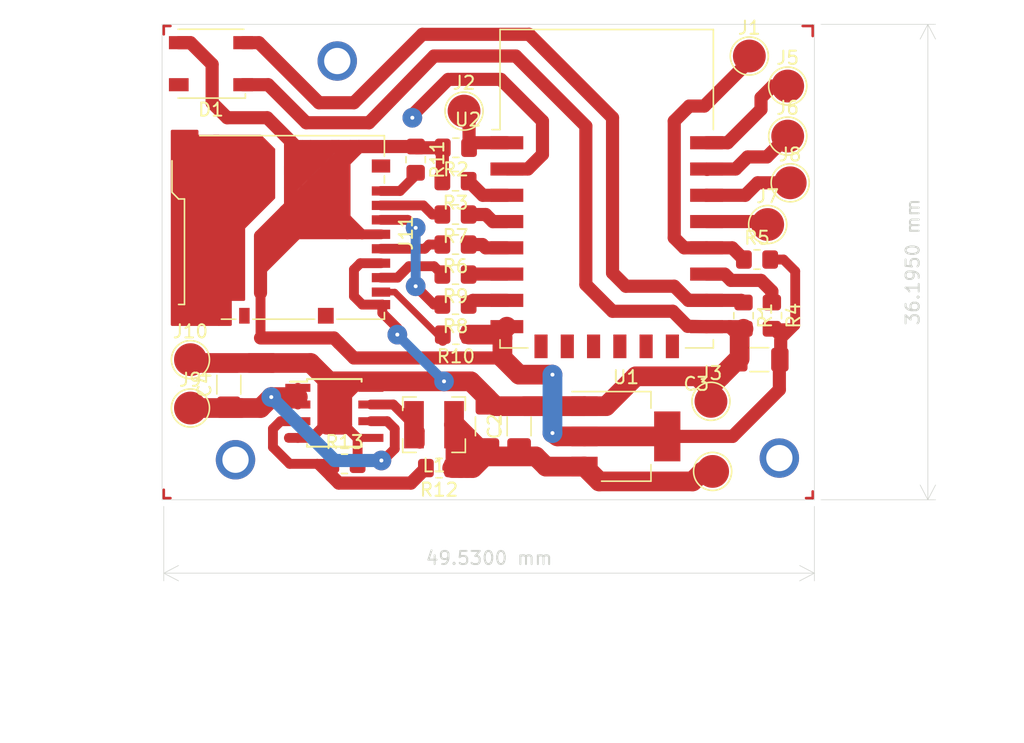
<source format=kicad_pcb>
(kicad_pcb (version 20221018) (generator pcbnew)
  (layers (0 "F.Cu" signal) (31 "B.Cu" signal) (34 "B.Paste" user) (35 "F.Paste" user) (36 "B.SilkS" user "B.Silkscreen") (37 "F.SilkS" user "F.Silkscreen") (38 "B.Mask" user) (39 "F.Mask" user) (44 "Edge.Cuts" user))
  (net 0 "")
  (net 1 "GND")
  (net 2 "3.3V")
  (net 3 "CS")
  (net 4 "SCK")
  (net 5 "MOSI")
  (net 6 "MISO")
  (net 7 "ESP_GPIO15")
  (net 8 "ESP_RST")
  (net 9 "ESP_EN")
  (net 10 "ESP_GPIO2")
  (net 11 "ESP_BOOT")
  (net 12 "ESP_TXD")
  (net 13 "ESP_RXD")
  (net 14 "Net-(J11-DAT2)")
  (net 15 "ESP_ADC")
  (net 16 "5V")
  (net 17 "Net-(J11-DAT3{slash}CD)")
  (net 18 "SCL")
  (net 19 "SDA")
  (net 20 "Net-(J11-CMD)")
  (net 21 "Net-(J11-CLK)")
  (net 22 "Net-(J11-DAT0)")
  (net 23 "Net-(J11-DAT1)")
  (net 31 "Net-(U3-SW)")
  (net 32 "Net-(U3-FB)")
  (net 33 "VBAT")
  (footprint "Capacitor_SMD:C_1206_3216Metric_Pad1.33x1.80mm_HandSolder" (layer "F.Cu") (at 176.784 100.711 180)
    (fp_text reference "C3" (at 4.801 -1.85) (layer "F.SilkS"))
    (fp_text value "100nF")
    (pad "1" smd roundrect (at -1.5625 0 180) (size 1.325 1.8) (layers "F.Cu" "F.Paste" "F.Mask") (roundrect_rratio 0.1886792453) (net 2 "3.3V"))
    (pad "2" smd roundrect (at 1.5625 0 180) (size 1.325 1.8) (layers "F.Cu" "F.Paste" "F.Mask") (roundrect_rratio 0.1886792453) (net 1 "GND"))
  )
  (footprint "TestPoint:TestPoint_Pad_D2.5mm" (layer "F.Cu") (at 173.101 103.886)
    (fp_text reference "J3" (at 0 -2.148) (layer "F.SilkS"))
    (fp_text value "Conn_01x01_Male")
    (pad "1" smd circle (at 0 0) (size 2.5 2.5) (layers "F.Cu" "F.Mask") (net 1 "GND"))
  )
  (footprint "TestPoint:TestPoint_Pad_D2.5mm" (layer "F.Cu") (at 173.228 109.22)
    (fp_text reference "J4" hide)
    (fp_text value "Conn_01x01_Male")
    (pad "1" smd circle (at 0 0) (size 2.5 2.5) (layers "F.Cu" "F.Mask") (net 16 "5V"))
  )
  (footprint "TestPoint:TestPoint_Pad_D2.5mm" (layer "F.Cu") (at 178.943 79.883)
    (fp_text reference "J5" (at 0 -2.148) (layer "F.SilkS"))
    (fp_text value "Conn_01x01_Male")
    (pad "1" smd circle (at 0 0) (size 2.5 2.5) (layers "F.Cu" "F.Mask") (net 12 "ESP_TXD"))
  )
  (footprint "TestPoint:TestPoint_Pad_D2.5mm" (layer "F.Cu") (at 178.943 83.693)
    (fp_text reference "J6" (at 0 -2.148) (layer "F.SilkS"))
    (fp_text value "Conn_01x01_Male")
    (pad "1" smd circle (at 0 0) (size 2.5 2.5) (layers "F.Cu" "F.Mask") (net 13 "ESP_RXD"))
  )
  (footprint "TestPoint:TestPoint_Pad_D2.5mm" (layer "F.Cu") (at 177.419 90.424)
    (fp_text reference "J7" (at 0 -2.148) (layer "F.SilkS"))
    (fp_text value "Conn_01x01_Male")
    (pad "1" smd circle (at 0 0) (size 2.5 2.5) (layers "F.Cu" "F.Mask") (net 18 "SCL"))
  )
  (footprint "TestPoint:TestPoint_Pad_D2.5mm" (layer "F.Cu") (at 179.1335 87.249)
    (fp_text reference "J8" (at 0 -2.148) (layer "F.SilkS"))
    (fp_text value "Conn_01x01_Male")
    (pad "1" smd circle (at 0 0) (size 2.5 2.5) (layers "F.Cu" "F.Mask") (net 19 "SDA"))
  )
  (footprint "Resistor_SMD:R_0805_2012Metric_Pad1.20x1.40mm_HandSolder" (layer "F.Cu") (at 175.5775 97.3615 -90)
    (fp_text reference "R1" (at 0 -1.65 90) (layer "F.SilkS"))
    (fp_text value "10k")
    (pad "1" smd roundrect (at -1 0 270) (size 1.2 1.4) (layers "F.Cu" "F.Paste" "F.Mask") (roundrect_rratio 0.2083333333) (net 7 "ESP_GPIO15"))
    (pad "2" smd roundrect (at 1 0 270) (size 1.2 1.4) (layers "F.Cu" "F.Paste" "F.Mask") (roundrect_rratio 0.2083333333) (net 1 "GND"))
  )
  (footprint "Resistor_SMD:R_0805_2012Metric_Pad1.20x1.40mm_HandSolder" (layer "F.Cu") (at 153.686 84.582 180)
    (fp_text reference "R2" (at 0 -1.65) (layer "F.SilkS"))
    (fp_text value "10k")
    (pad "1" smd roundrect (at -1 0 180) (size 1.2 1.4) (layers "F.Cu" "F.Paste" "F.Mask") (roundrect_rratio 0.2083333333) (net 8 "ESP_RST"))
    (pad "2" smd roundrect (at 1 0 180) (size 1.2 1.4) (layers "F.Cu" "F.Paste" "F.Mask") (roundrect_rratio 0.2083333333) (net 2 "3.3V"))
  )
  (footprint "Resistor_SMD:R_0805_2012Metric_Pad1.20x1.40mm_HandSolder" (layer "F.Cu") (at 153.654 87.122 180)
    (fp_text reference "R3" (at 0 -1.65) (layer "F.SilkS"))
    (fp_text value "10k")
    (pad "1" smd roundrect (at -1 0 180) (size 1.2 1.4) (layers "F.Cu" "F.Paste" "F.Mask") (roundrect_rratio 0.2083333333) (net 9 "ESP_EN"))
    (pad "2" smd roundrect (at 1 0 180) (size 1.2 1.4) (layers "F.Cu" "F.Paste" "F.Mask") (roundrect_rratio 0.2083333333) (net 2 "3.3V"))
  )
  (footprint "Resistor_SMD:R_0805_2012Metric_Pad1.20x1.40mm_HandSolder" (layer "F.Cu") (at 177.7365 97.3615 -90)
    (fp_text reference "R4" (at 0 -1.65 90) (layer "F.SilkS"))
    (fp_text value "10k")
    (pad "1" smd roundrect (at -1 0 270) (size 1.2 1.4) (layers "F.Cu" "F.Paste" "F.Mask") (roundrect_rratio 0.2083333333) (net 10 "ESP_GPIO2"))
    (pad "2" smd roundrect (at 1 0 270) (size 1.2 1.4) (layers "F.Cu" "F.Paste" "F.Mask") (roundrect_rratio 0.2083333333) (net 2 "3.3V"))
  )
  (footprint "Resistor_SMD:R_0805_2012Metric_Pad1.20x1.40mm_HandSolder" (layer "F.Cu") (at 176.6095 93.091)
    (fp_text reference "R5" (at 0 -1.65) (layer "F.SilkS"))
    (fp_text value "10k")
    (pad "1" smd roundrect (at -1 0) (size 1.2 1.4) (layers "F.Cu" "F.Paste" "F.Mask") (roundrect_rratio 0.2083333333) (net 11 "ESP_BOOT"))
    (pad "2" smd roundrect (at 1 0) (size 1.2 1.4) (layers "F.Cu" "F.Paste" "F.Mask") (roundrect_rratio 0.2083333333) (net 2 "3.3V"))
  )
  (footprint "Package_TO_SOT_SMD:SOT-223-3_TabPin2" (layer "F.Cu") (at 166.624 106.553)
    (fp_text reference "U1" (at 0 -4.5) (layer "F.SilkS"))
    (fp_text value "AMS1117-3.3")
    (pad "1" smd rect (at -3.15 -2.3) (size 2 1.5) (layers "F.Cu" "F.Paste" "F.Mask") (net 1 "GND"))
    (pad "2" smd rect (at -3.15 0) (size 2 1.5) (layers "F.Cu" "F.Paste" "F.Mask") (net 2 "3.3V"))
    (pad "2" smd rect (at 3.15 0) (size 2 3.8) (layers "F.Cu" "F.Paste" "F.Mask") (net 2 "3.3V"))
    (pad "3" smd rect (at -3.15 2.3) (size 2 1.5) (layers "F.Cu" "F.Paste" "F.Mask") (net 16 "5V"))
  )
  (footprint "RF_Module:ESP-12E" (layer "F.Cu") (at 165.1645 87.6995)
    (fp_text reference "U2" (at -10.56 -5.26) (layer "F.SilkS"))
    (fp_text value "ESP-12F" hide)
    (pad "1" smd rect (at -7.6 -3.5) (size 2.5 1) (layers "F.Cu" "F.Paste" "F.Mask") (net 8 "ESP_RST"))
    (pad "2" smd rect (at -7.6 -1.5) (size 2.5 1) (layers "F.Cu" "F.Paste" "F.Mask") (net 15 "ESP_ADC"))
    (pad "3" smd rect (at -7.6 0.5) (size 2.5 1) (layers "F.Cu" "F.Paste" "F.Mask") (net 9 "ESP_EN"))
    (pad "4" smd rect (at -7.6 2.5) (size 2.5 1) (layers "F.Cu" "F.Paste" "F.Mask") (net 3 "CS"))
    (pad "5" smd rect (at -7.6 4.5) (size 2.5 1) (layers "F.Cu" "F.Paste" "F.Mask") (net 4 "SCK"))
    (pad "6" smd rect (at -7.6 6.5) (size 2.5 1) (layers "F.Cu" "F.Paste" "F.Mask") (net 6 "MISO"))
    (pad "7" smd rect (at -7.6 8.5) (size 2.5 1) (layers "F.Cu" "F.Paste" "F.Mask") (net 5 "MOSI"))
    (pad "8" smd rect (at -7.6 10.5) (size 2.5 1) (layers "F.Cu" "F.Paste" "F.Mask") (net 2 "3.3V"))
    (pad "9" smd rect (at -5 12) (size 1 1.8) (layers "F.Cu" "F.Paste" "F.Mask"))
    (pad "10" smd rect (at -3 12) (size 1 1.8) (layers "F.Cu" "F.Paste" "F.Mask"))
    (pad "11" smd rect (at -1 12) (size 1 1.8) (layers "F.Cu" "F.Paste" "F.Mask"))
    (pad "12" smd rect (at 1 12) (size 1 1.8) (layers "F.Cu" "F.Paste" "F.Mask"))
    (pad "13" smd rect (at 3 12) (size 1 1.8) (layers "F.Cu" "F.Paste" "F.Mask"))
    (pad "14" smd rect (at 5 12) (size 1 1.8) (layers "F.Cu" "F.Paste" "F.Mask"))
    (pad "15" smd rect (at 7.6 10.5) (size 2.5 1) (layers "F.Cu" "F.Paste" "F.Mask") (net 1 "GND"))
    (pad "16" smd rect (at 7.6 8.5) (size 2.5 1) (layers "F.Cu" "F.Paste" "F.Mask") (net 7 "ESP_GPIO15"))
    (pad "17" smd rect (at 7.6 6.5) (size 2.5 1) (layers "F.Cu" "F.Paste" "F.Mask") (net 10 "ESP_GPIO2"))
    (pad "18" smd rect (at 7.6 4.5) (size 2.5 1) (layers "F.Cu" "F.Paste" "F.Mask") (net 11 "ESP_BOOT"))
    (pad "19" smd rect (at 7.6 2.5) (size 2.5 1) (layers "F.Cu" "F.Paste" "F.Mask") (net 18 "SCL"))
    (pad "20" smd rect (at 7.6 0.5) (size 2.5 1) (layers "F.Cu" "F.Paste" "F.Mask") (net 19 "SDA"))
    (pad "21" smd rect (at 7.6 -1.5) (size 2.5 1) (layers "F.Cu" "F.Paste" "F.Mask") (net 13 "ESP_RXD"))
    (pad "22" smd rect (at 7.6 -3.5) (size 2.5 1) (layers "F.Cu" "F.Paste" "F.Mask") (net 12 "ESP_TXD"))
  )
  (footprint "Package_SO:TI_SO-PowerPAD-8" (layer "F.Cu") (at 144.4315 104.762)
    (fp_text reference "U3" hide)
    (fp_text value "ST1S10PHR")
    (pad "1" smd rect (at -2.78 -1.905) (size 1.91 0.61) (layers "F.Cu" "F.Paste" "F.Mask") (net 33 "VBAT"))
    (pad "2" smd rect (at -2.78 -0.635) (size 1.91 0.61) (layers "F.Cu" "F.Paste" "F.Mask") (net 33 "VBAT"))
    (pad "3" smd rect (at -2.78 0.635) (size 1.91 0.61) (layers "F.Cu" "F.Paste" "F.Mask") (net 32 "Net-(U3-FB)"))
    (pad "4" smd rect (at -2.78 1.905) (size 1.91 0.61) (layers "F.Cu" "F.Paste" "F.Mask") (net 1 "GND"))
    (pad "5" smd rect (at 2.78 1.905) (size 1.91 0.61) (layers "F.Cu" "F.Paste" "F.Mask") (net 1 "GND"))
    (pad "6" smd rect (at 2.78 0.635) (size 1.91 0.61) (layers "F.Cu" "F.Paste" "F.Mask") (net 33 "VBAT"))
    (pad "7" smd rect (at 2.78 -0.635) (size 1.91 0.61) (layers "F.Cu" "F.Paste" "F.Mask") (net 31 "Net-(U3-SW)"))
    (pad "8" smd rect (at 2.78 -1.905) (size 1.91 0.61) (layers "F.Cu" "F.Paste" "F.Mask") (net 1 "GND"))
    (pad "9" smd rect (at -0.6025 -0.775) (size 1.205 1.55) (layers "F.Cu" "F.Paste" "F.Mask") (net 1 "GND"))
    (pad "9" smd rect (at -0.6025 0.775) (size 1.205 1.55) (layers "F.Cu" "F.Paste" "F.Mask") (net 1 "GND"))
    (pad "9" smd rect (at 0.6025 -0.775) (size 1.205 1.55) (layers "F.Cu" "F.Paste" "F.Mask") (net 1 "GND"))
    (pad "9" smd rect (at 0.6025 0.775) (size 1.205 1.55) (layers "F.Cu" "F.Paste" "F.Mask") (net 1 "GND"))
  )
  (footprint "TestPoint:TestPoint_Pad_D2.5mm" (layer "F.Cu") (at 154.305 81.788)
    (fp_text reference "J2" (at 0 -2.148) (layer "F.SilkS"))
    (fp_text value "Conn_01x01_Male")
    (pad "1" smd circle (at 0 0) (size 2.5 2.5) (layers "F.Cu" "F.Mask") (net 8 "ESP_RST"))
  )
  (footprint "Resistor_SMD:R_0805_2012Metric_Pad1.20x1.40mm_HandSolder" (layer "F.Cu") (at 153.686 98.806 180)
    (fp_text reference "R10" (at 0 -1.65) (layer "F.SilkS"))
    (fp_text value "100R")
    (pad "1" smd roundrect (at -1 0 180) (size 1.2 1.4) (layers "F.Cu" "F.Paste" "F.Mask") (roundrect_rratio 0.2083333333) (net 2 "3.3V"))
    (pad "2" smd roundrect (at 1 0 180) (size 1.2 1.4) (layers "F.Cu" "F.Paste" "F.Mask") (roundrect_rratio 0.2083333333) (net 23 "Net-(J11-DAT1)"))
  )
  (footprint "Resistor_SMD:R_0805_2012Metric_Pad1.20x1.40mm_HandSolder" (layer "F.Cu") (at 145.202 108.642)
    (fp_text reference "R13" (at 0 -1.65) (layer "F.SilkS"))
    (fp_text value "R")
    (pad "1" smd roundrect (at -1 0) (size 1.2 1.4) (layers "F.Cu" "F.Paste" "F.Mask") (roundrect_rratio 0.2083333333) (net 32 "Net-(U3-FB)"))
    (pad "2" smd roundrect (at 1 0) (size 1.2 1.4) (layers "F.Cu" "F.Paste" "F.Mask") (roundrect_rratio 0.2083333333) (net 1 "GND"))
  )
  (footprint "TestPoint:TestPoint_Pad_D2.5mm" (layer "F.Cu") (at 176.022 77.597)
    (fp_text reference "J1" (at 0 -2.148) (layer "F.SilkS"))
    (fp_text value "Conn_01x01_Male")
    (pad "1" smd circle (at 0 0) (size 2.5 2.5) (layers "F.Cu" "F.Mask") (net 11 "ESP_BOOT"))
  )
  (footprint "TestPoint:TestPoint_Pad_D2.5mm" (layer "F.Cu") (at 133.477 100.711)
    (fp_text reference "J10" (at 0 -2.148) (layer "F.SilkS"))
    (fp_text value "Conn_01x01_Male")
    (pad "1" smd circle (at 0 0) (size 2.5 2.5) (layers "F.Cu" "F.Mask") (net 1 "GND"))
  )
  (footprint "Capacitor_SMD:C_1206_3216Metric_Pad1.33x1.80mm_HandSolder" (layer "F.Cu") (at 158.496 105.791 90)
    (fp_text reference "C2" (at 0 -1.85 90) (layer "F.SilkS"))
    (fp_text value "100nF")
    (pad "1" smd roundrect (at -1.5625 0 90) (size 1.325 1.8) (layers "F.Cu" "F.Paste" "F.Mask") (roundrect_rratio 0.1886792453) (net 16 "5V"))
    (pad "2" smd roundrect (at 1.5625 0 90) (size 1.325 1.8) (layers "F.Cu" "F.Paste" "F.Mask") (roundrect_rratio 0.1886792453) (net 1 "GND"))
  )
  (footprint "Resistor_SMD:R_0805_2012Metric_Pad1.20x1.40mm_HandSolder" (layer "F.Cu") (at 152.4 108.966 180)
    (fp_text reference "R12" (at 0 -1.65) (layer "F.SilkS"))
    (fp_text value "R")
    (pad "1" smd roundrect (at -1 0 180) (size 1.2 1.4) (layers "F.Cu" "F.Paste" "F.Mask") (roundrect_rratio 0.2083333333) (net 16 "5V"))
    (pad "2" smd roundrect (at 1 0 180) (size 1.2 1.4) (layers "F.Cu" "F.Paste" "F.Mask") (roundrect_rratio 0.2083333333) (net 32 "Net-(U3-FB)"))
  )
  (footprint "Inductor_SMD:L_Bourns-SRN4018" (layer "F.Cu") (at 152.019 105.664)
    (fp_text reference "L1" (at 0 3.1) (layer "F.SilkS"))
    (fp_text value "L")
    (pad "1" smd rect (at -1.525 0) (size 1.5 3.6) (layers "F.Cu" "F.Paste" "F.Mask") (net 31 "Net-(U3-SW)"))
    (pad "2" smd rect (at 1.525 0) (size 1.5 3.6) (layers "F.Cu" "F.Paste" "F.Mask") (net 16 "5V"))
  )
  (footprint "Capacitor_SMD:C_1206_3216Metric_Pad1.33x1.80mm_HandSolder" (layer "F.Cu") (at 136.398 102.616 90)
    (fp_text reference "C4" (at 0 -1.85 90) (layer "F.SilkS"))
    (fp_text value "100nF")
    (pad "1" smd roundrect (at -1.5625 0 90) (size 1.325 1.8) (layers "F.Cu" "F.Paste" "F.Mask") (roundrect_rratio 0.1886792453) (net 33 "VBAT"))
    (pad "2" smd roundrect (at 1.5625 0 90) (size 1.325 1.8) (layers "F.Cu" "F.Paste" "F.Mask") (roundrect_rratio 0.1886792453) (net 1 "GND"))
  )
  (footprint "LED_SMD:LED_Inolux_IN-PI554FCH_PLCC4_5.0x5.0mm_P3.2mm" (layer "F.Cu") (at 135.038 78.181 180)
    (fp_text reference "D1" (at 0 -3.5) (layer "F.SilkS"))
    (fp_text value "Inolux_IN-PI554FCH")
    (pad "1" smd rect (at -2.45 -1.6 180) (size 1.5 1) (layers "F.Cu" "F.Paste" "F.Mask") (net 1 "GND"))
    (pad "2" smd rect (at -2.45 1.6 180) (size 1.5 1) (layers "F.Cu" "F.Paste" "F.Mask") (net 7 "ESP_GPIO15"))
    (pad "3" smd rect (at 2.45 1.6 180) (size 1.5 1) (layers "F.Cu" "F.Paste" "F.Mask") (net 2 "3.3V"))
    (pad "4" smd rect (at 2.45 -1.6 180) (size 1.5 1) (layers "F.Cu" "F.Paste" "F.Mask"))
  )
  (footprint "Resistor_SMD:R_0805_2012Metric_Pad1.20x1.40mm_HandSolder" (layer "F.Cu") (at 153.654 96.52 180)
    (fp_text reference "R8" (at 0 -1.65) (layer "F.SilkS"))
    (fp_text value "100R")
    (pad "1" smd roundrect (at -1 0 180) (size 1.2 1.4) (layers "F.Cu" "F.Paste" "F.Mask") (roundrect_rratio 0.2083333333) (net 5 "MOSI"))
    (pad "2" smd roundrect (at 1 0 180) (size 1.2 1.4) (layers "F.Cu" "F.Paste" "F.Mask") (roundrect_rratio 0.2083333333) (net 20 "Net-(J11-CMD)"))
  )
  (footprint "TestPoint:TestPoint_Pad_D2.5mm" (layer "F.Cu") (at 133.477 104.394)
    (fp_text reference "J9" (at 0 -2.148) (layer "F.SilkS"))
    (fp_text value "Conn_01x01_Male")
    (pad "1" smd circle (at 0 0) (size 2.5 2.5) (layers "F.Cu" "F.Mask") (net 33 "VBAT"))
  )
  (footprint "Resistor_SMD:R_0805_2012Metric_Pad1.20x1.40mm_HandSolder" (layer "F.Cu") (at 153.654 91.948 180)
    (fp_text reference "R6" (at 0 -1.65) (layer "F.SilkS"))
    (fp_text value "100R")
    (pad "1" smd roundrect (at -1 0 180) (size 1.2 1.4) (layers "F.Cu" "F.Paste" "F.Mask") (roundrect_rratio 0.2083333333) (net 4 "SCK"))
    (pad "2" smd roundrect (at 1 0 180) (size 1.2 1.4) (layers "F.Cu" "F.Paste" "F.Mask") (roundrect_rratio 0.2083333333) (net 21 "Net-(J11-CLK)"))
  )
  (footprint "Connector_Card:microSD_HC_Hirose_DM3BT-DSF-PEJS" (layer "F.Cu") (at 140.357 90.645 -90)
    (fp_text reference "J11" (at 0.425 -9.525 90) (layer "F.SilkS"))
    (fp_text value "Micro_SD_Card")
    (pad "1" smd rect (at -2.775 -7.625 270) (size 0.7 1.4) (layers "F.Cu" "F.Paste" "F.Mask") (net 14 "Net-(J11-DAT2)"))
    (pad "2" smd rect (at -1.675 -7.625 270) (size 0.7 1.4) (layers "F.Cu" "F.Paste" "F.Mask") (net 17 "Net-(J11-DAT3{slash}CD)"))
    (pad "3" smd rect (at -0.575 -7.625 270) (size 0.7 1.4) (layers "F.Cu" "F.Paste" "F.Mask") (net 20 "Net-(J11-CMD)"))
    (pad "4" smd rect (at 0.525 -7.625 270) (size 0.7 1.4) (layers "F.Cu" "F.Paste" "F.Mask") (net 2 "3.3V"))
    (pad "5" smd rect (at 1.625 -7.625 270) (size 0.7 1.4) (layers "F.Cu" "F.Paste" "F.Mask") (net 21 "Net-(J11-CLK)"))
    (pad "6" smd rect (at 2.725 -7.625 270) (size 0.7 1.4) (layers "F.Cu" "F.Paste" "F.Mask") (net 1 "GND"))
    (pad "7" smd rect (at 3.825 -7.625 270) (size 0.7 1.4) (layers "F.Cu" "F.Paste" "F.Mask") (net 22 "Net-(J11-DAT0)"))
    (pad "8" smd rect (at 4.925 -7.625 270) (size 0.7 1.4) (layers "F.Cu" "F.Paste" "F.Mask") (net 23 "Net-(J11-DAT1)"))
    (pad "9" smd rect (at 5.875 -7.725 270) (size 0.7 1.2) (layers "F.Cu" "F.Paste" "F.Mask") (net 1 "GND"))
    (pad "10" smd rect (at 6.725 2.775 270) (size 1.2 0.8) (layers "F.Cu" "F.Paste" "F.Mask"))
    (pad "11" smd rect (at -6.575 7.375 270) (size 1.5 1.9) (layers "F.Cu" "F.Paste" "F.Mask"))
    (pad "11" smd rect (at -5.825 7.825 315) (size 0.2 0.2) (layers "F.Cu" "F.Paste" "F.Mask"))
    (pad "11" smd rect (at -5.575 8.075 270) (size 0.5 0.5) (layers "F.Cu" "F.Paste" "F.Mask"))
    (pad "11" smd rect (at -4.675 -7.625 270) (size 1 1.4) (layers "F.Cu" "F.Paste" "F.Mask"))
    (pad "11" smd rect (at 6.725 -3.425 270) (size 1.2 1.2) (layers "F.Cu" "F.Paste" "F.Mask"))
    (pad "11" smd rect (at 6.725 6.375 270) (size 1.2 3.2) (layers "F.Cu" "F.Paste" "F.Mask"))
  )
  (footprint "Resistor_SMD:R_0805_2012Metric_Pad1.20x1.40mm_HandSolder" (layer "F.Cu") (at 153.654 89.662 180)
    (fp_text reference "R7" (at 0 -1.65) (layer "F.SilkS"))
    (fp_text value "100R")
    (pad "1" smd roundrect (at -1 0 180) (size 1.2 1.4) (layers "F.Cu" "F.Paste" "F.Mask") (roundrect_rratio 0.2083333333) (net 3 "CS"))
    (pad "2" smd roundrect (at 1 0 180) (size 1.2 1.4) (layers "F.Cu" "F.Paste" "F.Mask") (roundrect_rratio 0.2083333333) (net 17 "Net-(J11-DAT3{slash}CD)"))
  )
  (footprint "Resistor_SMD:R_0805_2012Metric_Pad1.20x1.40mm_HandSolder" (layer "F.Cu") (at 150.622 85.487 -90)
    (fp_text reference "R11" (at 0 -1.65 -270) (layer "F.SilkS"))
    (fp_text value "100R")
    (pad "1" smd roundrect (at -1 0 270) (size 1.2 1.4) (layers "F.Cu" "F.Paste" "F.Mask") (roundrect_rratio 0.2083333333) (net 2 "3.3V"))
    (pad "2" smd roundrect (at 1 0 270) (size 1.2 1.4) (layers "F.Cu" "F.Paste" "F.Mask") (roundrect_rratio 0.2083333333) (net 14 "Net-(J11-DAT2)"))
  )
  (footprint "Capacitor_SMD:C_1206_3216Metric_Pad1.33x1.80mm_HandSolder" (layer "F.Cu") (at 156.083 105.791 90)
    (fp_text reference "C1" hide)
    (fp_text value "100nF")
    (pad "1" smd roundrect (at -1.5625 0 90) (size 1.325 1.8) (layers "F.Cu" "F.Paste" "F.Mask") (roundrect_rratio 0.1886792453) (net 16 "5V"))
    (pad "2" smd roundrect (at 1.5625 0 90) (size 1.325 1.8) (layers "F.Cu" "F.Paste" "F.Mask") (roundrect_rratio 0.1886792453) (net 1 "GND"))
  )
  (footprint "Resistor_SMD:R_0805_2012Metric_Pad1.20x1.40mm_HandSolder" (layer "F.Cu") (at 153.654 94.234 180)
    (fp_text reference "R9" (at 0 -1.65) (layer "F.SilkS"))
    (fp_text value "100R")
    (pad "1" smd roundrect (at -1 0 180) (size 1.2 1.4) (layers "F.Cu" "F.Paste" "F.Mask") (roundrect_rratio 0.2083333333) (net 6 "MISO"))
    (pad "2" smd roundrect (at 1 0 180) (size 1.2 1.4) (layers "F.Cu" "F.Paste" "F.Mask") (roundrect_rratio 0.2083333333) (net 22 "Net-(J11-DAT0)"))
  )
  (gr_poly (pts (xy 138.811 91.059) (xy 142.113 91.059) (xy 138.811 94.361)) (stroke (width 0.2)) (fill solid) (layer "F.Cu"))
  (gr_line (start 180.848 111.252) (end 180.848 110.744) (stroke (width 0.2)) (layer "F.Cu"))
  (gr_poly (pts (xy 132.08 83.312) (xy 132.08 98.044) (xy 135.636 98.044) (xy 135.636 83.693) (xy 133.985 83.693) (xy 133.985 83.312)) (stroke (width 0.2)) (fill solid) (layer "F.Cu"))
  (gr_line (start 131.445 75.311) (end 131.953 75.311) (stroke (width 0.2)) (layer "F.Cu"))
  (gr_poly (pts (xy 139.065 90.932) (xy 140.589 89.408) (xy 140.716 91.059)) (stroke (width 0.2)) (fill solid) (layer "F.Cu"))
  (gr_line (start 180.848 75.311) (end 180.848 76.073) (stroke (width 0.2)) (layer "F.Cu"))
  (gr_poly (pts (xy 177.292 98.044) (xy 179.451 98.044) (xy 178.435 99.06)) (stroke (width 0.2)) (fill solid) (layer "F.Cu"))
  (gr_line (start 131.445 111.252) (end 131.953 111.252) (stroke (width 0.2)) (layer "F.Cu"))
  (gr_line (start 180.34 111.252) (end 180.848 111.252) (stroke (width 0.2)) (layer "F.Cu"))
  (gr_line (start 180.086 75.311) (end 180.848 75.311) (stroke (width 0.2)) (layer "F.Cu"))
  (gr_line (start 131.445 75.946) (end 131.445 75.311) (stroke (width 0.2)) (layer "F.Cu"))
  (gr_line (start 131.445 110.617) (end 131.445 111.252) (stroke (width 0.2)) (layer "F.Cu"))
  (gr_poly (pts (xy 135.636 98.044) (xy 136.525 98.044) (xy 136.525 96.139) (xy 137.541 96.139) (xy 137.541 90.678) (xy 139.827 88.392) (xy 139.827 84.709) (xy 138.811 83.693) (xy 135.255 83.693)) (stroke (width 0.2)) (fill solid) (layer "F.Cu"))
  (gr_line (start 180.848 75.311) (end 180.848 75.565) (stroke (width 0.2)) (layer "F.Cu"))
  (gr_line (start 131.318 111.379) (end 180.975 111.379) (stroke (width 0.05)) (layer "Edge.Cuts"))
  (gr_line (start 180.975 75.184) (end 131.318 75.184) (stroke (width 0.05)) (layer "Edge.Cuts"))
  (gr_line (start 131.318 75.184) (end 131.318 111.379) (stroke (width 0.05)) (layer "Edge.Cuts"))
  (gr_line (start 180.975 111.379) (end 180.975 75.184) (stroke (width 0.05)) (layer "Edge.Cuts"))
  (dimension (type aligned) (layer "Edge.Cuts") (pts (xy 131.445 111.379) (xy 180.975 111.379)) (height 5.588) (gr_text "49.5300 mm" (at 156.21 115.817) (layer "Edge.Cuts") (effects (font (size 1 1) (thickness 0.15)))) (format (prefix "") (suffix "") (units 3) (units_format 1) (precision 4)) (style (thickness 0.05) (arrow_length 1.27) (text_position_mode 0) (extension_height 0.58642) (extension_offset 0.5) keep_text_aligned))
  (dimension (type aligned) (layer "Edge.Cuts") (pts (xy 180.975 111.379) (xy 180.975 75.184)) (height 8.636) (gr_text "36.1950 mm" (at 188.461 93.2815 90) (layer "Edge.Cuts") (effects (font (size 1 1) (thickness 0.15)))) (format (prefix "") (suffix "") (units 3) (units_format 1) (precision 4)) (style (thickness 0.05) (arrow_length 1.27) (text_position_mode 0) (extension_height 0.58642) (extension_offset 0.5) keep_text_aligned))
  (via (at 136.906 108.331) (size 3) (drill 2) (layers "F.Cu" "B.Cu") (net 0))
  (via (at 144.653 77.978) (size 3) (drill 2) (layers "F.Cu" "B.Cu") (net 0))
  (via (at 178.308 108.204) (size 3) (drill 2) (layers "F.Cu" "B.Cu") (net 0))
  (segment (start 154.813 102.362) (end 156.083 103.632) (width 1.5) (layer "F.Cu") (net 1))
  (segment (start 147.066 82.677) (end 142.291 82.677) (width 1) (layer "F.Cu") (net 1))
  (segment (start 163.474 104.253) (end 165.114 104.253) (width 1.5) (layer "F.Cu") (net 1))
  (segment (start 163.474 104.253) (end 158.8525 104.253) (width 1.5) (layer "F.Cu") (net 1))
  (segment (start 148.082 97.155) (end 149.225 98.298) (width 0.75) (layer "F.Cu") (net 1))
  (segment (start 152.781 102.362) (end 143.891 102.362) (width 1.5) (layer "F.Cu") (net 1))
  (segment (start 156.704 104.253) (end 154.813 102.362) (width 1.5) (layer "F.Cu") (net 1))
  (segment (start 175.285 100.6475) (end 175.285 98.9515) (width 1) (layer "F.Cu") (net 1))
  (segment (start 173.101 102.743) (end 173.101 103.886) (width 1.5) (layer "F.Cu") (net 1))
  (segment (start 165.114 104.253) (end 167.386 101.981) (width 1.5) (layer "F.Cu") (net 1))
  (segment (start 146.202 108.642) (end 146.202 106.705) (width 0.75) (layer "F.Cu") (net 1))
  (segment (start 165.608 97.028) (end 163.576 94.996) (width 1) (layer "F.Cu") (net 1))
  (segment (start 146.164 106.667) (end 145.034 105.537) (width 0.75) (layer "F.Cu") (net 1))
  (segment (start 163.576 82.931) (end 158.242 77.597) (width 1) (layer "F.Cu") (net 1))
  (segment (start 142.699 106.667) (end 143.829 105.537) (width 0.75) (layer "F.Cu") (net 1))
  (segment (start 175.285 98.9515) (end 174.533 98.1995) (width 1) (layer "F.Cu") (net 1))
  (segment (start 146.202 106.705) (end 146.164 106.667) (width 0.75) (layer "F.Cu") (net 1))
  (segment (start 175.4155 98.1995) (end 175.5775 98.3615) (width 1) (layer "F.Cu") (net 1))
  (segment (start 148.082 96.52) (end 146.558 96.52) (width 0.75) (layer "F.Cu") (net 1))
  (segment (start 156.083 103.632) (end 156.083 104.14) (width 1.5) (layer "F.Cu") (net 1))
  (segment (start 143.891 102.362) (end 143.891 105.664) (width 1.5) (layer "F.Cu") (net 1))
  (segment (start 152.019 77.597) (end 147.066 82.677) (width 1) (layer "F.Cu") (net 1))
  (segment (start 148.082 97.155) (end 148.082 96.52) (width 0.75) (layer "F.Cu") (net 1))
  (segment (start 163.576 94.996) (end 163.576 82.931) (width 1) (layer "F.Cu") (net 1))
  (segment (start 146.406 93.37) (end 147.982 93.37) (width 0.75) (layer "F.Cu") (net 1))
  (segment (start 139.7 100.965) (end 142.621 100.965) (width 1.5) (layer "F.Cu") (net 1))
  (segment (start 141.6515 106.667) (end 142.699 106.667) (width 0.75) (layer "F.Cu") (net 1))
  (segment (start 173.101 103.886) (end 173.101 102.997) (width 1.5) (layer "F.Cu") (net 1))
  (segment (start 145.923 95.885) (end 145.923 93.853) (width 0.75) (layer "F.Cu") (net 1))
  (segment (start 158.242 77.597) (end 152.019 77.597) (width 1) (layer "F.Cu") (net 1))
  (segment (start 167.386 101.981) (end 173.863 101.981) (width 1.5) (layer "F.Cu") (net 1))
  (segment (start 170.193 97.028) (end 165.608 97.028) (width 1) (layer "F.Cu") (net 1))
  (segment (start 141.6515 106.667) (end 140.97 106.667) (width 0.75) (layer "F.Cu") (net 1))
  (segment (start 145.034 105.664) (end 145.034 102.489) (width 1.5) (layer "F.Cu") (net 1))
  (segment (start 163.474 104.253) (end 156.704 104.253) (width 1.5) (layer "F.Cu") (net 1))
  (segment (start 174.533 98.1995) (end 175.4155 98.1995) (width 1) (layer "F.Cu") (net 1))
  (segment (start 154.813 102.362) (end 152.781 102.362) (width 1.5) (layer "F.Cu") (net 1))
  (segment (start 142.291 82.677) (end 139.395 79.781) (width 1) (layer "F.Cu") (net 1))
  (segment (start 146.164 102.857) (end 145.034 103.987) (width 0.5) (layer "F.Cu") (net 1))
  (segment (start 173.863 101.981) (end 173.101 102.743) (width 1.5) (layer "F.Cu") (net 1))
  (segment (start 175.285 98.654) (end 175.5775 98.3615) (width 1.5) (layer "F.Cu") (net 1))
  (segment (start 145.923 93.853) (end 146.406 93.37) (width 0.75) (layer "F.Cu") (net 1))
  (segment (start 138.0105 100.965) (end 139.7 100.965) (width 1.5) (layer "F.Cu") (net 1))
  (segment (start 149.225 98.298) (end 149.225 98.806) (width 0.75) (layer "F.Cu") (net 1))
  (segment (start 173.863 101.981) (end 175.133 100.711) (width 1.5) (layer "F.Cu") (net 1))
  (segment (start 172.7645 98.1995) (end 171.323 98.171) (width 1) (layer "F.Cu") (net 1))
  (segment (start 142.621 100.965) (end 143.829 102.173) (width 1.5) (layer "F.Cu") (net 1))
  (segment (start 147.2115 106.667) (end 146.164 106.667) (width 0.5) (layer "F.Cu") (net 1))
  (segment (start 139.395 79.781) (end 137.488 79.781) (width 1) (layer "F.Cu") (net 1))
  (segment (start 143.891 105.664) (end 145.034 105.664) (width 1.5) (layer "F.Cu") (net 1))
  (segment (start 133.731 100.965) (end 139.7 100.965) (width 1.5) (layer "F.Cu") (net 1))
  (segment (start 171.323 98.171) (end 170.193 97.028) (width 1) (layer "F.Cu") (net 1))
  (segment (start 146.558 96.52) (end 145.923 95.885) (width 0.75) (layer "F.Cu") (net 1))
  (segment (start 172.7645 98.1995) (end 174.533 98.1995) (width 1) (layer "F.Cu") (net 1))
  (segment (start 173.101 102.997) (end 172.212 102.108) (width 1.5) (layer "F.Cu") (net 1))
  (segment (start 175.285 100.6475) (end 175.285 98.654) (width 1.5) (layer "F.Cu") (net 1))
  (segment (start 133.477 100.711) (end 133.731 100.965) (width 1.5) (layer "F.Cu") (net 1))
  (segment (start 152.641 102.222) (end 152.781 102.362) (width 1) (layer "F.Cu") (net 1))
  (via (at 149.225 98.806) (size 1.5) (drill 0.3) (layers "F.Cu" "B.Cu") (net 1))
  (via (at 152.781 102.362) (size 1.5) (drill 0.3) (layers "F.Cu" "B.Cu") (net 1))
  (segment (start 149.225 98.806) (end 152.781 102.362) (width 0.75) (layer "B.Cu") (net 1))
  (segment (start 145.288 84.836) (end 145.637 84.487) (width 1) (layer "F.Cu") (net 2))
  (segment (start 144.272 90.678) (end 143.764 90.678) (width 1) (layer "F.Cu") (net 2))
  (segment (start 178.41 99.212) (end 178.41 99.035) (width 0.75) (layer "F.Cu") (net 2))
  (segment (start 145.415 91.17) (end 138.954 91.17) (width 0.75) (layer "F.Cu") (net 2))
  (segment (start 148.082 84.487) (end 144.78 84.487) (width 1) (layer "F.Cu") (net 2))
  (segment (start 157.226 100.584) (end 157.226 99.06) (width 1.5) (layer "F.Cu") (net 2))
  (segment (start 178.6255 93.091) (end 177.6095 93.091) (width 0.75) (layer "F.Cu") (net 2))
  (segment (start 152.654 87.122) (end 152.654 84.614) (width 1) (layer "F.Cu") (net 2))
  (segment (start 141.732 86.614) (end 141.097 86.614) (width 1) (layer "F.Cu") (net 2))
  (segment (start 163.474 106.553) (end 169.926 106.553) (width 1.5) (layer "F.Cu") (net 2))
  (segment (start 146.542 91.17) (end 145.288 89.916) (width 0.75) (layer "F.Cu") (net 2))
  (segment (start 141.097 87.63) (end 141.097 90.551) (width 1) (layer "F.Cu") (net 2))
  (segment (start 141.097 90.551) (end 140.97 90.678) (width 1) (layer "F.Cu") (net 2))
  (segment (start 139.319 82.296) (end 136.271 82.296) (width 1) (layer "F.Cu") (net 2))
  (segment (start 152.686 84.582) (end 150.717 84.582) (width 1) (layer "F.Cu") (net 2))
  (segment (start 179.5145 98.1075) (end 179.5145 93.98) (width 0.75) (layer "F.Cu") (net 2))
  (segment (start 136.271 82.296) (end 135.128 81.153) (width 1) (layer "F.Cu") (net 2))
  (segment (start 142.24 87.884) (end 142.24 90.678) (width 1) (layer "F.Cu") (net 2))
  (segment (start 138.811 95.631) (end 138.811 99.06) (width 0.75) (layer "F.Cu") (net 2))
  (segment (start 138.954 91.17) (end 138.811 91.313) (width 0.75) (layer "F.Cu") (net 2))
  (segment (start 143.3195 85.4075) (end 141.097 87.63) (width 1) (layer "F.Cu") (net 2))
  (segment (start 144.272 86.614) (end 144.272 90.678) (width 1) (layer "F.Cu") (net 2))
  (segment (start 141.097 86.011) (end 141.7005 85.4075) (width 1) (layer "F.Cu") (net 2))
  (segment (start 141.097 86.614) (end 141.097 87.63) (width 1) (layer "F.Cu") (net 2))
  (segment (start 144.78 99.441) (end 145.923 100.584) (width 1) (layer "F.Cu") (net 2))
  (segment (start 142.494 85.4075) (end 142.494 85.852) (width 1) (layer "F.Cu") (net 2))
  (segment (start 142.494 85.4075) (end 143.3195 85.4075) (width 1) (layer "F.Cu") (net 2))
  (segment (start 143.891 86.233) (end 143.764 86.36) (width 1) (layer "F.Cu") (net 2))
  (segment (start 133.477 76.581) (end 132.588 76.581) (width 1) (layer "F.Cu") (net 2))
  (segment (start 138.811 91.313) (end 138.811 95.631) (width 1) (layer "F.Cu") (net 2))
  (segment (start 145.288 89.916) (end 145.288 84.836) (width 0.75) (layer "F.Cu") (net 2))
  (segment (start 152.654 84.614) (end 152.686 84.582) (width 1) (layer "F.Cu") (net 2))
  (segment (start 144.653 85.471) (end 143.891 86.233) (width 1) (layer "F.Cu") (net 2))
  (segment (start 135.128 81.153) (end 135.128 78.232) (width 1) (layer "F.Cu") (net 2))
  (segment (start 141.478 90.678) (end 140.97 90.678) (width 1) (layer "F.Cu") (net 2))
  (segment (start 150.622 84.487) (end 148.082 84.487) (width 1) (layer "F.Cu") (net 2))
  (segment (start 141.51 84.487) (end 141.097 84.074) (width 1) (layer "F.Cu") (net 2))
  (segment (start 141.7005 85.4075) (end 142.494 85.4075) (width 1) (layer "F.Cu") (net 2))
  (segment (start 144.78 85.598) (end 145.193 85.598) (width 1) (layer "F.Cu") (net 2))
  (segment (start 141.097 84.074) (end 139.319 82.296) (width 1) (layer "F.Cu") (net 2))
  (segment (start 142.113 86.614) (end 141.732 86.614) (width 1) (layer "F.Cu") (net 2))
  (segment (start 158.496 101.854) (end 161.036 101.854) (width 1.5) (layer "F.Cu") (net 2))
  (segment (start 156.972 98.806) (end 157.226 99.06) (width 1.5) (layer "F.Cu") (net 2))
  (segment (start 141.097 86.614) (end 141.097 86.011) (width 1) (layer "F.Cu") (net 2))
  (segment (start 143.764 90.678) (end 142.748 90.678) (width 1) (layer "F.Cu") (net 2))
  (segment (start 142.24 87.884) (end 141.478 88.646) (width 1) (layer "F.Cu") (net 2))
  (segment (start 145.193 85.598) (end 146.304 84.487) (width 1) (layer "F.Cu") (net 2))
  (segment (start 157.226 99.06) (end 157.226 98.538) (width 1.5) (layer "F.Cu") (net 2))
  (segment (start 143.764 86.36) (end 143.764 90.678) (width 1) (layer "F.Cu") (net 2))
  (segment (start 147.982 91.17) (end 146.542 91.17) (width 0.75) (layer "F.Cu") (net 2))
  (segment (start 143.8275 84.8995) (end 142.113 86.614) (width 1) (layer "F.Cu") (net 2))
  (segment (start 141.097 86.011) (end 142.621 84.487) (width 1) (layer "F.Cu") (net 2))
  (segment (start 178.41 99.212) (end 179.5145 98.1075) (width 0.75) (layer "F.Cu") (net 2))
  (segment (start 145.923 100.584) (end 157.226 100.584) (width 1) (layer "F.Cu") (net 2))
  (segment (start 161.036 106.299) (end 161.417 106.553) (width 1.5) (layer "F.Cu") (net 2))
  (segment (start 174.752 106.553) (end 178.308 102.997) (width 1) (layer "F.Cu") (net 2))
  (segment (start 145.415 91.17) (end 145.415 90.043) (width 0.75) (layer "F.Cu") (net 2))
  (segment (start 142.24 90.678) (end 141.478 90.678) (width 1) (layer "F.Cu") (net 2))
  (segment (start 141.986 84.487) (end 141.51 84.487) (width 1) (layer "F.Cu") (net 2))
  (segment (start 142.494 85.852) (end 141.732 86.614) (width 1) (layer "F.Cu") (net 2))
  (segment (start 143.002 90.424) (end 142.748 90.678) (width 1) (layer "F.Cu") (net 2))
  (segment (start 143.8275 84.8995) (end 143.3195 85.4075) (width 1) (layer "F.Cu") (net 2))
  (segment (start 157.226 100.584) (end 158.496 101.854) (width 1.5) (layer "F.Cu") (net 2))
  (segment (start 143.002 87.122) (end 142.24 87.884) (width 1) (layer "F.Cu") (net 2))
  (segment (start 146.304 84.487) (end 145.637 84.487) (width 1) (layer "F.Cu") (net 2))
  (segment (start 152.654 84.55) (end 152.686 84.582) (width 1) (layer "F.Cu") (net 2))
  (segment (start 150.717 84.582) (end 150.622 84.487) (width 1) (layer "F.Cu") (net 2))
  (segment (start 145.288 84.836) (end 144.653 85.471) (width 1) (layer "F.Cu") (net 2))
  (segment (start 143.891 86.233) (end 143.002 87.122) (width 1) (layer "F.Cu") (net 2))
  (segment (start 169.774 106.553) (end 174.752 106.553) (width 1) (layer "F.Cu") (net 2))
  (segment (start 144.78 90.678) (end 144.272 90.678) (width 1) (layer "F.Cu") (net 2))
  (segment (start 143.891 86.233) (end 144.272 86.614) (width 1) (layer "F.Cu") (net 2))
  (segment (start 148.082 84.487) (end 146.304 84.487) (width 1) (layer "F.Cu") (net 2))
  (segment (start 141.097 84.074) (end 141.097 86.614) (width 1) (layer "F.Cu") (net 2))
  (segment (start 144.24 84.487) (end 143.8275 84.8995) (width 1) (layer "F.Cu") (net 2))
  (segment (start 179.5145 93.98) (end 178.6255 93.091) (width 0.75) (layer "F.Cu") (net 2))
  (segment (start 144.78 84.487) (end 142.621 84.487) (width 1) (layer "F.Cu") (net 2))
  (segment (start 154.686 98.806) (end 156.972 98.806) (width 1.5) (layer "F.Cu") (net 2))
  (segment (start 144.653 85.471) (end 144.78 85.598) (width 1) (layer "F.Cu") (net 2))
  (segment (start 144.399 99.06) (end 138.811 99.06) (width 1) (layer "F.Cu") (net 2))
  (segment (start 146.542 91.17) (end 145.415 91.17) (width 0.75) (layer "F.Cu") (net 2))
  (segment (start 145.415 90.043) (end 145.288 89.916) (width 0.75) (layer "F.Cu") (net 2))
  (segment (start 178.41 99.035) (end 177.7365 98.3615) (width 0.75) (layer "F.Cu") (net 2))
  (segment (start 143.002 87.122) (end 143.002 90.424) (width 1) (layer "F.Cu") (net 2))
  (segment (start 140.716 89.408) (end 140.97 89.662) (width 1) (layer "F.Cu") (net 2))
  (segment (start 141.478 88.646) (end 140.716 89.408) (width 1) (layer "F.Cu") (net 2))
  (segment (start 144.78 99.441) (end 144.399 99.06) (width 1) (layer "F.Cu") (net 2))
  (segment (start 143.7005 84.8995) (end 143.8275 84.8995) (width 1) (layer "F.Cu") (net 2))
  (segment (start 140.716 89.408) (end 138.811 91.313) (width 1) (layer "F.Cu") (net 2))
  (segment (start 142.748 90.678) (end 142.24 90.678) (width 1) (layer "F.Cu") (net 2))
  (segment (start 144.78 84.487) (end 144.24 84.487) (width 1) (layer "F.Cu") (net 2))
  (segment (start 141.478 88.646) (end 141.478 90.678) (width 1) (layer "F.Cu") (net 2))
  (segment (start 140.97 89.662) (end 140.97 90.678) (width 1) (layer "F.Cu") (net 2))
  (segment (start 142.621 84.487) (end 141.986 84.487) (width 1) (layer "F.Cu") (net 2))
  (segment (start 178.308 102.997) (end 178.308 100.584) (width 1) (layer "F.Cu") (net 2))
  (segment (start 144.78 85.598) (end 144.78 90.678) (width 1) (layer "F.Cu") (net 2))
  (segment (start 135.128 78.232) (end 133.477 76.581) (width 1) (layer "F.Cu") (net 2))
  (segment (start 161.417 106.553) (end 163.474 106.553) (width 1.5) (layer "F.Cu") (net 2))
  (segment (start 178.41 100.6475) (end 178.41 99.212) (width 1) (layer "F.Cu") (net 2))
  (segment (start 157.226 98.538) (end 157.5645 98.1995) (width 1.5) (layer "F.Cu") (net 2))
  (via (at 161.036 101.854) (size 1.5) (drill 0.3) (layers "F.Cu" "B.Cu") (net 2))
  (via (at 161.036 106.299) (size 1.5) (drill 0.3) (layers "F.Cu" "B.Cu") (net 2))
  (segment (start 161.036 106.299) (end 161.036 101.854) (width 1.5) (layer "B.Cu") (net 2))
  (segment (start 156.4935 90.1995) (end 155.956 89.662) (width 1) (layer "F.Cu") (net 3))
  (segment (start 155.956 89.662) (end 154.654 89.662) (width 1) (layer "F.Cu") (net 3))
  (segment (start 157.5645 90.1995) (end 156.4935 90.1995) (width 1) (layer "F.Cu") (net 3))
  (segment (start 155.702 91.948) (end 154.654 91.948) (width 1) (layer "F.Cu") (net 4))
  (segment (start 155.9535 92.1995) (end 155.702 91.948) (width 1) (layer "F.Cu") (net 4))
  (segment (start 157.5645 92.1995) (end 155.9535 92.1995) (width 1) (layer "F.Cu") (net 4))
  (segment (start 157.5645 96.1995) (end 154.9745 96.1995) (width 1) (layer "F.Cu") (net 5))
  (segment (start 154.9745 96.1995) (end 154.654 96.52) (width 1) (layer "F.Cu") (net 5))
  (segment (start 157.5645 94.1995) (end 154.6885 94.1995) (width 1) (layer "F.Cu") (net 6))
  (segment (start 154.6885 94.1995) (end 154.654 94.234) (width 1) (layer "F.Cu") (net 6))
  (segment (start 165.608 94.107) (end 165.608 82.296) (width 1) (layer "F.Cu") (net 7))
  (segment (start 151.13 75.946) (end 145.923 81.153) (width 1) (layer "F.Cu") (net 7))
  (segment (start 172.7645 96.1995) (end 175.4155 96.1995) (width 1) (layer "F.Cu") (net 7))
  (segment (start 170.307 95.123) (end 166.624 95.123) (width 1) (layer "F.Cu") (net 7))
  (segment (start 165.608 82.296) (end 159.258 75.946) (width 1) (layer "F.Cu") (net 7))
  (segment (start 171.3835 96.1995) (end 170.307 95.123) (width 1) (layer "F.Cu") (net 7))
  (segment (start 145.923 81.153) (end 143.256 81.153) (width 1) (layer "F.Cu") (net 7))
  (segment (start 143.256 81.153) (end 138.684 76.581) (width 1) (layer "F.Cu") (net 7))
  (segment (start 175.4155 96.1995) (end 175.5775 96.3615) (width 1) (layer "F.Cu") (net 7))
  (segment (start 159.258 75.946) (end 151.13 75.946) (width 1) (layer "F.Cu") (net 7))
  (segment (start 172.7645 96.1995) (end 171.3835 96.1995) (width 1) (layer "F.Cu") (net 7))
  (segment (start 166.624 95.123) (end 165.608 94.107) (width 1) (layer "F.Cu") (net 7))
  (segment (start 138.684 76.581) (end 137.488 76.581) (width 1) (layer "F.Cu") (net 7))
  (segment (start 154.686 84.582) (end 154.686 82.042) (width 1) (layer "F.Cu") (net 8))
  (segment (start 157.5645 84.1995) (end 155.0685 84.1995) (width 1) (layer "F.Cu") (net 8))
  (segment (start 154.686 82.042) (end 154.305 81.788) (width 1) (layer "F.Cu") (net 8))
  (segment (start 155.0685 84.1995) (end 154.686 84.582) (width 1) (layer "F.Cu") (net 8))
  (segment (start 157.5645 88.1995) (end 155.7315 88.1995) (width 1) (layer "F.Cu") (net 9))
  (segment (start 155.7315 88.1995) (end 154.654 87.122) (width 1) (layer "F.Cu") (net 9))
  (segment (start 177.7365 95.504) (end 176.911 94.6785) (width 1) (layer "F.Cu") (net 10))
  (segment (start 172.7645 94.1995) (end 174.146 94.1995) (width 1) (layer "F.Cu") (net 10))
  (segment (start 174.625 94.6785) (end 176.911 94.6785) (width 1) (layer "F.Cu") (net 10))
  (segment (start 174.146 94.1995) (end 174.625 94.6785) (width 1) (layer "F.Cu") (net 10))
  (segment (start 177.7365 96.3615) (end 177.7365 95.504) (width 1) (layer "F.Cu") (net 10))
  (segment (start 172.7645 92.1995) (end 174.718 92.1995) (width 1) (layer "F.Cu") (net 11))
  (segment (start 171.0665 92.1995) (end 170.307 91.44) (width 1) (layer "F.Cu") (net 11))
  (segment (start 172.7645 92.1995) (end 171.0665 92.1995) (width 1) (layer "F.Cu") (net 11))
  (segment (start 174.718 92.1995) (end 175.6095 93.091) (width 1) (layer "F.Cu") (net 11))
  (segment (start 170.307 91.44) (end 170.307 82.55) (width 1) (layer "F.Cu") (net 11))
  (segment (start 171.45 81.407) (end 172.593 81.407) (width 1) (layer "F.Cu") (net 11))
  (segment (start 172.593 81.407) (end 176.403 77.597) (width 1) (layer "F.Cu") (net 11))
  (segment (start 170.307 82.55) (end 171.45 81.407) (width 1) (layer "F.Cu") (net 11))
  (segment (start 174.3725 84.1995) (end 176.911 81.661) (width 1) (layer "F.Cu") (net 12))
  (segment (start 177.8 79.883) (end 178.943 79.883) (width 1) (layer "F.Cu") (net 12))
  (segment (start 176.911 81.661) (end 176.911 80.772) (width 1) (layer "F.Cu") (net 12))
  (segment (start 172.7645 84.1995) (end 174.3725 84.1995) (width 1) (layer "F.Cu") (net 12))
  (segment (start 176.911 80.772) (end 177.8 79.883) (width 1) (layer "F.Cu") (net 12))
  (segment (start 174.976 86.1995) (end 172.7645 86.1995) (width 1) (layer "F.Cu") (net 13))
  (segment (start 175.895 85.2805) (end 174.976 86.1995) (width 1) (layer "F.Cu") (net 13))
  (segment (start 172.798 86.233) (end 172.7645 86.1995) (width 1) (layer "F.Cu") (net 13))
  (segment (start 177.3555 85.2805) (end 175.895 85.2805) (width 1) (layer "F.Cu") (net 13))
  (segment (start 178.943 83.693) (end 177.3555 85.2805) (width 1) (layer "F.Cu") (net 13))
  (segment (start 149.432 87.87) (end 147.982 87.87) (width 0.75) (layer "F.Cu") (net 14))
  (segment (start 150.654 86.648) (end 149.432 87.87) (width 0.75) (layer "F.Cu") (net 14))
  (segment (start 157.099 79.375) (end 153.289 79.375) (width 1) (layer "F.Cu") (net 15))
  (segment (start 157.5645 86.1995) (end 159.1645 86.1995) (width 1) (layer "F.Cu") (net 15))
  (segment (start 160.274 85.09) (end 160.274 82.55) (width 1) (layer "F.Cu") (net 15))
  (segment (start 159.1645 86.1995) (end 160.274 85.09) (width 1) (layer "F.Cu") (net 15))
  (segment (start 160.274 82.55) (end 157.099 79.375) (width 1) (layer "F.Cu") (net 15))
  (segment (start 153.0985 79.375) (end 150.4315 82.042) (width 1) (layer "F.Cu") (net 15))
  (via (at 150.368 82.296) (size 1.5) (drill 0.3) (layers "F.Cu" "B.Cu") (net 15))
  (segment (start 171.704 109.982) (end 164.592 109.982) (width 1.5) (layer "F.Cu") (net 16))
  (segment (start 153.4 105.808) (end 153.544 105.664) (width 1) (layer "F.Cu") (net 16))
  (segment (start 155.956 107.9885) (end 153.6315 105.664) (width 1.5) (layer "F.Cu") (net 16))
  (segment (start 160.542 108.853) (end 163.474 108.853) (width 1.5) (layer "F.Cu") (net 16))
  (segment (start 155.575 108.077) (end 159.766 108.077) (width 1.5) (layer "F.Cu") (net 16))
  (segment (start 154.891 108.966) (end 154.051 108.966) (width 1.5) (layer "F.Cu") (net 16))
  (segment (start 154.559 108.966) (end 154.559 107.011) (width 1.5) (layer "F.Cu") (net 16))
  (segment (start 157.0595 107.9885) (end 155.447 107.9885) (width 1) (layer "F.Cu") (net 16))
  (segment (start 154.051 106.171) (end 153.544 105.664) (width 1.5) (layer "F.Cu") (net 16))
  (segment (start 153.4 108.966) (end 153.4 105.808) (width 1) (layer "F.Cu") (net 16))
  (segment (start 154.051 108.966) (end 153.4 108.966) (width 1.5) (layer "F.Cu") (net 16))
  (segment (start 173.228 109.22) (end 172.466 109.22) (width 1.5) (layer "F.Cu") (net 16))
  (segment (start 159.766 108.077) (end 160.542 108.853) (width 1.5) (layer "F.Cu") (net 16))
  (segment (start 155.956 107.9885) (end 154.9785 108.966) (width 1.5) (layer "F.Cu") (net 16))
  (segment (start 154.891 107.011) (end 153.544 105.664) (width 1.5) (layer "F.Cu") (net 16))
  (segment (start 172.466 109.22) (end 171.704 109.982) (width 1.5) (layer "F.Cu") (net 16))
  (segment (start 154.051 108.966) (end 154.051 106.171) (width 1.5) (layer "F.Cu") (net 16))
  (segment (start 164.592 109.982) (end 163.449 108.839) (width 1.5) (layer "F.Cu") (net 16))
  (segment (start 151.2 88.97) (end 147.982 88.97) (width 0.75) (layer "F.Cu") (net 17))
  (segment (start 151.892 89.662) (end 151.2 88.97) (width 0.75) (layer "F.Cu") (net 17))
  (segment (start 152.654 89.662) (end 151.892 89.662) (width 0.75) (layer "F.Cu") (net 17))
  (segment (start 176.4325 90.1995) (end 177.038 90.805) (width 1) (layer "F.Cu") (net 18))
  (segment (start 172.7645 90.1995) (end 176.4325 90.1995) (width 1) (layer "F.Cu") (net 18))
  (segment (start 175.7065 88.1995) (end 176.657 87.249) (width 1) (layer "F.Cu") (net 19))
  (segment (start 172.7645 88.1995) (end 175.7065 88.1995) (width 1) (layer "F.Cu") (net 19))
  (segment (start 176.657 87.249) (end 179.1335 87.249) (width 1) (layer "F.Cu") (net 19))
  (segment (start 172.7665 88.2015) (end 172.7645 88.1995) (width 1) (layer "F.Cu") (net 19))
  (segment (start 150.622 95.123) (end 152.019 96.52) (width 0.75) (layer "F.Cu") (net 20))
  (segment (start 152.019 96.52) (end 152.654 96.52) (width 0.75) (layer "F.Cu") (net 20))
  (segment (start 150.622 90.678) (end 150.014 90.07) (width 0.75) (layer "F.Cu") (net 20))
  (segment (start 150.014 90.07) (end 147.982 90.07) (width 0.75) (layer "F.Cu") (net 20))
  (via (at 150.622 95.123) (size 1.5) (drill 0.3) (layers "F.Cu" "B.Cu") (net 20))
  (via (at 150.622 90.678) (size 1.5) (drill 0.3) (layers "F.Cu" "B.Cu") (net 20))
  (segment (start 150.622 90.678) (end 150.622 95.123) (width 0.75) (layer "B.Cu") (net 20))
  (segment (start 151.638 91.948) (end 151.316 92.27) (width 0.75) (layer "F.Cu") (net 21))
  (segment (start 151.316 92.27) (end 147.982 92.27) (width 0.75) (layer "F.Cu") (net 21))
  (segment (start 152.654 91.948) (end 151.638 91.948) (width 0.75) (layer "F.Cu") (net 21))
  (segment (start 149.243 94.47) (end 147.982 94.47) (width 0.75) (layer "F.Cu") (net 22))
  (segment (start 152.654 94.234) (end 152.019 93.599) (width 0.75) (layer "F.Cu") (net 22))
  (segment (start 152.019 93.599) (end 150.114 93.599) (width 0.75) (layer "F.Cu") (net 22))
  (segment (start 150.114 93.599) (end 149.243 94.47) (width 0.75) (layer "F.Cu") (net 22))
  (segment (start 152.686 98.806) (end 152.273 98.806) (width 0.5) (layer "F.Cu") (net 23))
  (segment (start 149.037 95.57) (end 147.982 95.57) (width 0.5) (layer "F.Cu") (net 23))
  (segment (start 152.273 98.806) (end 149.037 95.57) (width 0.5) (layer "F.Cu") (net 23))
  (segment (start 152.686 98.806) (end 152.686 99.282) (width 0.75) (layer "F.Cu") (net 23))
  (segment (start 148.9165 104.127) (end 150.932 106.1425) (width 0.75) (layer "F.Cu") (net 31))
  (segment (start 150.932 106.1425) (end 150.932 107.118) (width 0.75) (layer "F.Cu") (net 31))
  (segment (start 147.2115 104.127) (end 148.9165 104.127) (width 0.75) (layer "F.Cu") (net 31))
  (segment (start 144.202 109.544) (end 144.1165 109.6295) (width 0.75) (layer "F.Cu") (net 32))
  (segment (start 144.202 108.642) (end 144.202 109.544) (width 0.75) (layer "F.Cu") (net 32))
  (segment (start 139.757 105.975) (end 140.335 105.397) (width 0.75) (layer "F.Cu") (net 32))
  (segment (start 143.129 108.642) (end 141.027 108.642) (width 0.75) (layer "F.Cu") (net 32))
  (segment (start 141.027 108.642) (end 139.757 107.372) (width 0.75) (layer "F.Cu") (net 32))
  (segment (start 139.757 107.372) (end 139.757 105.975) (width 0.75) (layer "F.Cu") (net 32))
  (segment (start 144.234 108.674) (end 144.202 108.642) (width 0.75) (layer "F.Cu") (net 32))
  (segment (start 150.257 110.109) (end 151.4 108.966) (width 1) (layer "F.Cu") (net 32))
  (segment (start 144.202 109.544) (end 144.767 110.109) (width 1) (layer "F.Cu") (net 32))
  (segment (start 140.335 105.397) (end 141.6515 105.397) (width 0.75) (layer "F.Cu") (net 32))
  (segment (start 144.767 110.109) (end 150.257 110.109) (width 1) (layer "F.Cu") (net 32))
  (segment (start 144.1165 109.6295) (end 143.129 108.642) (width 0.75) (layer "F.Cu") (net 32))
  (segment (start 144.202 108.642) (end 143.129 108.642) (width 0.75) (layer "F.Cu") (net 32))
  (segment (start 139.63 103.575) (end 138.811 104.394) (width 1.5) (layer "F.Cu") (net 33))
  (segment (start 139.63 103.562) (end 141.6515 103.562) (width 1.5) (layer "F.Cu") (net 33))
  (segment (start 149.028 107.499) (end 148.139 108.388) (width 0.75) (layer "F.Cu") (net 33))
  (segment (start 133.477 104.394) (end 137.3255 104.394) (width 1.5) (layer "F.Cu") (net 33))
  (segment (start 148.012 108.515) (end 148.139 108.388) (width 0.75) (layer "F.Cu") (net 33))
  (segment (start 141.6515 103.562) (end 141.6515 102.857) (width 0.75) (layer "F.Cu") (net 33))
  (segment (start 148.012 108.388) (end 148.012 108.515) (width 0.75) (layer "F.Cu") (net 33))
  (segment (start 149.028 105.975) (end 149.028 107.499) (width 0.75) (layer "F.Cu") (net 33))
  (segment (start 148.45 105.397) (end 149.028 105.975) (width 0.75) (layer "F.Cu") (net 33))
  (segment (start 147.2115 105.397) (end 148.45 105.397) (width 0.75) (layer "F.Cu") (net 33))
  (segment (start 148.139 108.388) (end 148.012 108.388) (width 0.75) (layer "F.Cu") (net 33))
  (segment (start 141.6515 104.127) (end 141.6515 103.562) (width 0.75) (layer "F.Cu") (net 33))
  (segment (start 138.811 104.394) (end 135.763 104.394) (width 1.5) (layer "F.Cu") (net 33))
  (segment (start 139.63 103.562) (end 139.63 103.575) (width 1.5) (layer "F.Cu") (net 33))
  (via (at 148.012 108.388) (size 1.5) (drill 0.3) (layers "F.Cu" "B.Cu") (net 33))
  (via (at 139.63 103.562) (size 1.5) (drill 0.3) (layers "F.Cu" "B.Cu") (net 33))
  (segment (start 144.456 108.388) (end 139.63 103.562) (width 1) (layer "B.Cu") (net 33))
  (segment (start 148.012 108.388) (end 144.456 108.388) (width 1) (layer "B.Cu") (net 33))
)
</source>
